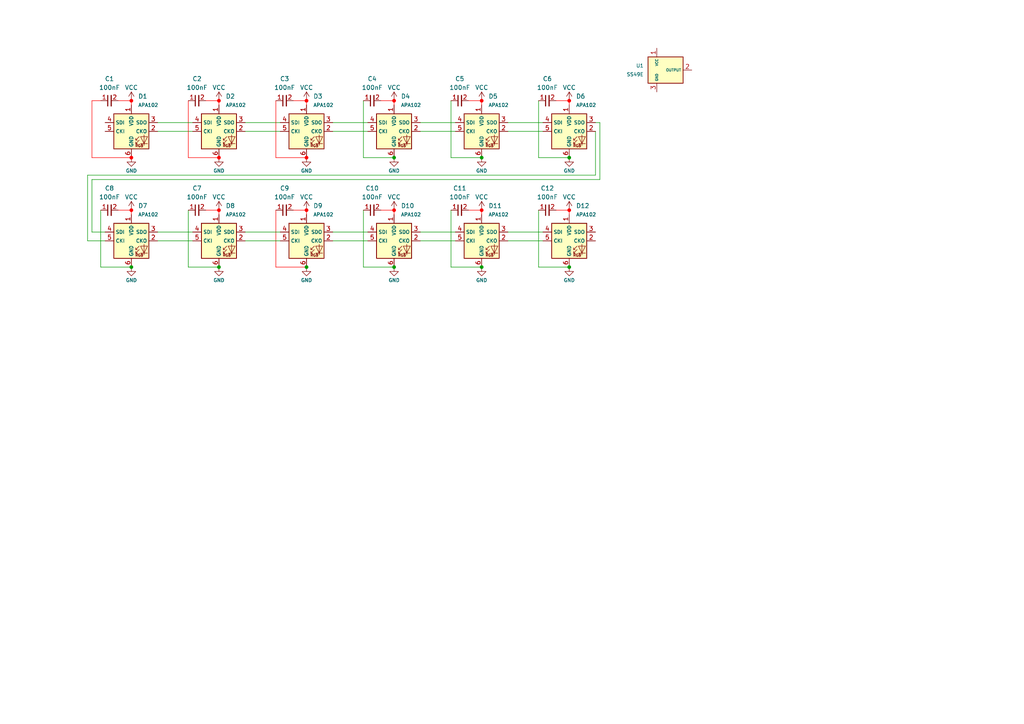
<source format=kicad_sch>
(kicad_sch (version 20250114) (generator "eeschema") (generator_version "9.0")
  (paper "A4")
  (lib_symbols
    (symbol "Symbols:APA102 LED"
      (property "Reference" "D" (at 2.032 8.636 0))
      (property "Value" "APA102" (at 4.318 6.604 0))
      (symbol "APA102 LED_0_0"
        (text "RGB" (at 2.286 -4.191 0) (effects (font (size 0.762 0.762))))
      )
      (symbol "APA102 LED_0_1"
        (rectangle (start -5.08 5.08) (end 5.08 -5.08) (stroke (width 0.254)) (fill (type background)))
        (polyline (pts (xy 1.27 -2.54) (xy 1.778 -2.54)))
        (polyline (pts (xy 1.27 -3.556) (xy 1.778 -3.556)))
        (polyline (pts (xy 2.286 -1.524) (xy 1.27 -2.54) (xy 1.27 -2.032)))
        (polyline (pts (xy 2.286 -2.54) (xy 1.27 -3.556) (xy 1.27 -3.048)))
        (polyline (pts (xy 3.683 -1.016) (xy 3.683 -3.556) (xy 3.683 -4.064)))
        (polyline (pts (xy 4.699 -1.524) (xy 2.667 -1.524) (xy 3.683 -3.556) (xy 4.699 -1.524)))
        (polyline (pts (xy 4.699 -3.556) (xy 2.667 -3.556)))
      )
      (symbol "APA102 LED_1_1"
        (pin input line (at -7.62 2.54 0) (length 2.54) (name "SDI") (number "4"))
        (pin input line (at -7.62 0 0) (length 2.54) (name "CKI") (number "5"))
        (pin power_in line (at 0 7.62 270) (length 2.54) (name "VDD") (number "1"))
        (pin power_in line (at 0 -7.62 90) (length 2.54) (name "GND") (number "6"))
        (pin output line (at 7.62 2.54 180) (length 2.54) (name "SDO") (number "3"))
        (pin output line (at 7.62 0 180) (length 2.54) (name "CKO") (number "2"))
      )
    )
    (symbol "Symbols:Capacitor"
      (property "Reference" "C" (at -3.048 0 90))
      (symbol "Capacitor_0_1"
        (polyline (pts (xy -1.524 0.508) (xy 1.524 0.508)) (stroke (width 0.3048)))
        (polyline (pts (xy -1.524 -0.508) (xy 1.524 -0.508)) (stroke (width 0.3302)))
      )
      (symbol "Capacitor_1_1"
        (pin passive line (at 0 2.54 270) (length 2.032) (name "~") (number "1"))
        (pin passive line (at 0 -2.54 90) (length 2.032) (name "~") (number "2"))
      )
    )
    (symbol "Symbols:GND" (power) (pin_numbers (hide yes)) (pin_names (hide yes))
      (property "Value" "GND" (at 0 -3.302 0))
      (symbol "GND_0_1"
        (polyline (pts (xy 0 0) (xy 0 -1.27) (xy 1.27 -1.27) (xy 0 -2.54) (xy -1.27 -1.27) (xy 0 -1.27)))
      )
      (symbol "GND_1_1"
        (pin power_in line (at 0 0 270) (length 0) (name "~") (number ""))
      )
    )
    (symbol "Symbols:SS49E Hall Sensor"
      (property "Reference" "U" (at 0 1.778 0))
      (property "Value" "SS49E" (at 2.032 4.826 0))
      (symbol "SS49E Hall Sensor_0_1"
        (rectangle (start -5.08 3.81) (end 5.08 -3.81) (stroke (width 0.254)) (fill (type background)))
      )
      (symbol "SS49E Hall Sensor_1_1"
        (pin power_in line (at -2.54 6.35 270) (length 2.54) (name "VCC") (number "1"))
        (pin power_in line (at -2.54 -6.35 90) (length 2.54) (name "GND") (number "3"))
        (pin output line (at 7.62 0 180) (length 2.54) (name "OUTPUT") (number "2"))
      )
    )
    (symbol "Symbols:VCC" (power) (pin_numbers (hide yes)) (pin_names (hide yes))
      (property "Value" "VCC" (at 0 3.81 0))
      (symbol "VCC_0_1"
        (polyline (pts (xy -0.762 1.27) (xy 0 2.54)))
        (polyline (pts (xy 0 2.54) (xy 0.762 1.27)))
        (polyline (pts (xy 0 0) (xy 0 2.54)))
      )
      (symbol "VCC_1_1"
        (pin power_in line (at 0 0 90) (length 0) (name "~") (number ""))
      )
    )
  )
  (junction (at 88.9 29.21) (color 255 0 0 1))
  (junction (at 165.1 60.96) (color 255 0 0 1))
  (junction (at 63.5 45.72) (color 255 0 0 1))
  (junction (at 165.1 45.72))
  (junction (at 114.3 29.21) (color 255 0 0 1))
  (junction (at 139.7 29.21) (color 255 0 0 1))
  (junction (at 38.1 29.21) (color 255 0 0 1))
  (junction (at 38.1 45.72) (color 255 0 0 1))
  (junction (at 63.5 29.21) (color 255 0 0 1))
  (junction (at 88.9 77.47))
  (junction (at 88.9 60.96) (color 255 0 0 1))
  (junction (at 38.1 77.47))
  (junction (at 165.1 29.21) (color 255 0 0 1))
  (junction (at 63.5 60.96) (color 255 0 0 1))
  (junction (at 139.7 45.72))
  (junction (at 165.1 77.47))
  (junction (at 88.9 45.72) (color 255 0 0 1))
  (junction (at 63.5 77.47))
  (junction (at 139.7 60.96) (color 255 0 0 1))
  (junction (at 139.7 77.47))
  (junction (at 114.3 45.72))
  (junction (at 114.3 60.96) (color 255 0 0 1))
  (junction (at 38.1 60.96) (color 255 0 0 1))
  (junction (at 114.3 77.47))
  (wire (pts (xy 130.81 60.96) (xy 130.81 77.47)))
  (wire (pts (xy 71.12 67.31) (xy 81.28 67.31)))
  (wire (pts (xy 85.09 60.96) (xy 88.9 60.96)) (stroke (width 0) (color 255 0 0 1)))
  (wire (pts (xy 29.21 29.21) (xy 26.67 29.21)) (stroke (width 0) (color 255 0 0 1)))
  (wire (pts (xy 135.89 60.96) (xy 139.7 60.96)) (stroke (width 0) (color 255 0 0 1)))
  (wire (pts (xy 114.3 30.48) (xy 114.3 29.21)) (stroke (width 0) (color 255 0 0 1)))
  (wire (pts (xy 45.72 69.85) (xy 55.88 69.85)))
  (wire (pts (xy 147.32 69.85) (xy 157.48 69.85)))
  (wire (pts (xy 45.72 67.31) (xy 55.88 67.31)))
  (wire (pts (xy 63.5 30.48) (xy 63.5 29.21)) (stroke (width 0) (color 255 0 0 1)))
  (wire (pts (xy 54.61 77.47) (xy 63.5 77.47)))
  (wire (pts (xy 156.21 45.72) (xy 165.1 45.72)))
  (wire (pts (xy 80.01 60.96) (xy 80.01 77.47)) (stroke (width 0) (color 255 0 0 1)))
  (wire (pts (xy 173.99 35.56) (xy 173.99 52.07)))
  (wire (pts (xy 80.01 29.21) (xy 80.01 45.72)) (stroke (width 0) (color 255 0 0 1)))
  (wire (pts (xy 114.3 29.21) (xy 110.49 29.21)) (stroke (width 0) (color 255 0 0 1)))
  (wire (pts (xy 26.67 67.31) (xy 30.48 67.31)))
  (wire (pts (xy 45.72 35.56) (xy 55.88 35.56)))
  (wire (pts (xy 63.5 29.21) (xy 59.69 29.21)) (stroke (width 0) (color 255 0 0 1)))
  (wire (pts (xy 38.1 29.21) (xy 38.1 30.48)) (stroke (width 0) (color 255 0 0 1)))
  (wire (pts (xy 71.12 35.56) (xy 81.28 35.56)))
  (wire (pts (xy 139.7 30.48) (xy 139.7 29.21)) (stroke (width 0) (color 255 0 0 1)))
  (wire (pts (xy 105.41 45.72) (xy 114.3 45.72)))
  (wire (pts (xy 130.81 45.72) (xy 139.7 45.72)))
  (wire (pts (xy 88.9 30.48) (xy 88.9 29.21)) (stroke (width 0) (color 255 0 0 1)))
  (wire (pts (xy 105.41 29.21) (xy 105.41 45.72)))
  (wire (pts (xy 88.9 29.21) (xy 85.09 29.21)) (stroke (width 0) (color 255 0 0 1)))
  (wire (pts (xy 156.21 29.21) (xy 156.21 45.72)))
  (wire (pts (xy 172.72 50.8) (xy 25.4 50.8)))
  (wire (pts (xy 139.7 60.96) (xy 139.7 62.23)) (stroke (width 0) (color 255 0 0 1)))
  (wire (pts (xy 26.67 52.07) (xy 26.67 67.31)))
  (wire (pts (xy 165.1 30.48) (xy 165.1 29.21)) (stroke (width 0) (color 255 0 0 1)))
  (wire (pts (xy 26.67 29.21) (xy 26.67 45.72)) (stroke (width 0) (color 255 0 0 1)))
  (wire (pts (xy 54.61 29.21) (xy 54.61 45.72)) (stroke (width 0) (color 255 0 0 1)))
  (wire (pts (xy 54.61 60.96) (xy 54.61 77.47)))
  (wire (pts (xy 29.21 60.96) (xy 29.21 77.47)))
  (wire (pts (xy 25.4 50.8) (xy 25.4 69.85)))
  (wire (pts (xy 165.1 60.96) (xy 165.1 62.23)) (stroke (width 0) (color 255 0 0 1)))
  (wire (pts (xy 88.9 60.96) (xy 88.9 62.23)) (stroke (width 0) (color 255 0 0 1)))
  (wire (pts (xy 172.72 35.56) (xy 173.99 35.56)))
  (wire (pts (xy 121.92 38.1) (xy 132.08 38.1)))
  (wire (pts (xy 147.32 35.56) (xy 157.48 35.56)))
  (wire (pts (xy 147.32 38.1) (xy 157.48 38.1)))
  (wire (pts (xy 105.41 77.47) (xy 114.3 77.47)))
  (wire (pts (xy 29.21 77.47) (xy 38.1 77.47)))
  (wire (pts (xy 147.32 67.31) (xy 157.48 67.31)))
  (wire (pts (xy 26.67 45.72) (xy 38.1 45.72)) (stroke (width 0) (color 255 0 0 1)))
  (wire (pts (xy 34.29 29.21) (xy 38.1 29.21)) (stroke (width 0) (color 255 0 0 1)))
  (wire (pts (xy 130.81 29.21) (xy 130.81 45.72)))
  (wire (pts (xy 121.92 69.85) (xy 132.08 69.85)))
  (wire (pts (xy 45.72 38.1) (xy 55.88 38.1)))
  (wire (pts (xy 25.4 69.85) (xy 30.48 69.85)))
  (wire (pts (xy 96.52 38.1) (xy 106.68 38.1)))
  (wire (pts (xy 156.21 77.47) (xy 165.1 77.47)))
  (wire (pts (xy 161.29 60.96) (xy 165.1 60.96)) (stroke (width 0) (color 255 0 0 1)))
  (wire (pts (xy 38.1 60.96) (xy 38.1 62.23)) (stroke (width 0) (color 255 0 0 1)))
  (wire (pts (xy 71.12 38.1) (xy 81.28 38.1)))
  (wire (pts (xy 71.12 69.85) (xy 81.28 69.85)))
  (wire (pts (xy 96.52 67.31) (xy 106.68 67.31)))
  (wire (pts (xy 173.99 52.07) (xy 26.67 52.07)))
  (wire (pts (xy 165.1 29.21) (xy 161.29 29.21)) (stroke (width 0) (color 255 0 0 1)))
  (wire (pts (xy 139.7 29.21) (xy 135.89 29.21)) (stroke (width 0) (color 255 0 0 1)))
  (wire (pts (xy 172.72 38.1) (xy 172.72 50.8)))
  (wire (pts (xy 54.61 45.72) (xy 63.5 45.72)) (stroke (width 0) (color 255 0 0 1)))
  (wire (pts (xy 34.29 60.96) (xy 38.1 60.96)) (stroke (width 0) (color 255 0 0 1)))
  (wire (pts (xy 156.21 60.96) (xy 156.21 77.47)))
  (wire (pts (xy 80.01 45.72) (xy 88.9 45.72)) (stroke (width 0) (color 255 0 0 1)))
  (wire (pts (xy 105.41 60.96) (xy 105.41 77.47)))
  (wire (pts (xy 114.3 60.96) (xy 114.3 62.23)) (stroke (width 0) (color 255 0 0 1)))
  (wire (pts (xy 59.69 60.96) (xy 63.5 60.96)) (stroke (width 0) (color 255 0 0 1)))
  (wire (pts (xy 121.92 35.56) (xy 132.08 35.56)))
  (wire (pts (xy 80.01 77.47) (xy 88.9 77.47)) (stroke (width 0) (color 255 0 0 1)))
  (wire (pts (xy 110.49 60.96) (xy 114.3 60.96)) (stroke (width 0) (color 255 0 0 1)))
  (wire (pts (xy 130.81 77.47) (xy 139.7 77.47)))
  (wire (pts (xy 121.92 67.31) (xy 132.08 67.31)))
  (wire (pts (xy 96.52 35.56) (xy 106.68 35.56)))
  (wire (pts (xy 96.52 69.85) (xy 106.68 69.85)))
  (wire (pts (xy 63.5 60.96) (xy 63.5 62.23)) (stroke (width 0) (color 255 0 0 1)))
  (symbol (lib_id "Symbols:APA102 LED") (at 63.5 69.85 0) (unit 1)
    (property "Reference" "D8" (at 65.4686 59.69 0) (effects (justify left)))
    (property "Value" "APA102" (at 65.4686 62.23 0) (effects (font (size 1.016 1.016)) (justify left)))
  )
  (symbol (lib_id "Symbols:Capacitor") (at 57.15 60.96 90) (unit 1)
    (property "Reference" "C7" (at 57.1563 54.61 90))
    (property "Value" "100nF" (at 57.1563 57.15 90))
  )
  (symbol (lib_id "Symbols:VCC") (at 63.5 29.21 0) (unit 1)
    (property "Reference" "#PWR08" (effects (hide yes)))
    (property "Value" "VCC" (at 63.5 25.4 0))
  )
  (symbol (lib_id "Symbols:Capacitor") (at 107.95 60.96 90) (unit 1)
    (property "Reference" "C10" (at 107.9563 54.61 90))
    (property "Value" "100nF" (at 107.9563 57.15 90))
  )
  (symbol (lib_id "Symbols:GND") (at 63.5 77.47 0) (unit 1)
    (property "Reference" "#PWR020" (effects (hide yes)))
    (property "Value" "GND" (at 63.5 81.28 0) (effects (font (size 1.016 1.016))))
  )
  (symbol (lib_id "Symbols:VCC") (at 38.1 29.21 0) (unit 1)
    (property "Reference" "#PWR07" (effects (hide yes)))
    (property "Value" "VCC" (at 38.1 25.4 0))
  )
  (symbol (lib_id "Symbols:GND") (at 165.1 77.47 0) (unit 1)
    (property "Reference" "#PWR024" (effects (hide yes)))
    (property "Value" "GND" (at 165.1 81.28 0) (effects (font (size 1.016 1.016))))
  )
  (symbol (lib_id "Symbols:Capacitor") (at 31.75 29.21 90) (unit 1)
    (property "Reference" "C1" (at 31.7563 22.86 90))
    (property "Value" "100nF" (at 31.7563 25.4 90))
  )
  (symbol (lib_id "Symbols:APA102 LED") (at 165.1 69.85 0) (unit 1)
    (property "Reference" "D12" (at 167.0686 59.69 0) (effects (justify left)))
    (property "Value" "APA102" (at 167.0686 62.23 0) (effects (font (size 1.016 1.016)) (justify left)))
  )
  (symbol (lib_id "Symbols:VCC") (at 114.3 60.96 0) (unit 1)
    (property "Reference" "#PWR016" (effects (hide yes)))
    (property "Value" "VCC" (at 114.3 57.15 0))
  )
  (symbol (lib_id "Symbols:Capacitor") (at 31.75 60.96 90) (unit 1)
    (property "Reference" "C8" (at 31.7563 54.61 90))
    (property "Value" "100nF" (at 31.7563 57.15 90))
  )
  (symbol (lib_id "Symbols:Capacitor") (at 133.35 29.21 90) (unit 1)
    (property "Reference" "C5" (at 133.3563 22.86 90))
    (property "Value" "100nF" (at 133.3563 25.4 90))
  )
  (symbol (lib_id "Symbols:Capacitor") (at 82.55 29.21 90) (unit 1)
    (property "Reference" "C3" (at 82.5563 22.86 90))
    (property "Value" "100nF" (at 82.5563 25.4 90))
  )
  (symbol (lib_id "Symbols:APA102 LED") (at 114.3 38.1 0) (unit 1)
    (property "Reference" "D4" (at 116.2686 27.94 0) (effects (justify left)))
    (property "Value" "APA102" (at 116.2686 30.48 0) (effects (font (size 1.016 1.016)) (justify left)))
  )
  (symbol (lib_id "Symbols:Capacitor") (at 158.75 60.96 90) (unit 1)
    (property "Reference" "C12" (at 158.7563 54.61 90))
    (property "Value" "100nF" (at 158.7563 57.15 90))
  )
  (symbol (lib_id "Symbols:VCC") (at 88.9 29.21 0) (unit 1)
    (property "Reference" "#PWR09" (effects (hide yes)))
    (property "Value" "VCC" (at 88.9 25.4 0))
  )
  (symbol (lib_id "Symbols:VCC") (at 88.9 60.96 0) (unit 1)
    (property "Reference" "#PWR015" (effects (hide yes)))
    (property "Value" "VCC" (at 88.9 57.15 0))
  )
  (symbol (lib_id "Symbols:GND") (at 139.7 45.72 0) (unit 1)
    (property "Reference" "#PWR05" (effects (hide yes)))
    (property "Value" "GND" (at 139.7 49.53 0) (effects (font (size 1.016 1.016))))
  )
  (symbol (lib_id "Symbols:GND") (at 139.7 77.47 0) (unit 1)
    (property "Reference" "#PWR023" (effects (hide yes)))
    (property "Value" "GND" (at 139.7 81.28 0) (effects (font (size 1.016 1.016))))
  )
  (symbol (lib_id "Symbols:VCC") (at 139.7 29.21 0) (unit 1)
    (property "Reference" "#PWR011" (effects (hide yes)))
    (property "Value" "VCC" (at 139.7 25.4 0))
  )
  (symbol (lib_id "Symbols:APA102 LED") (at 38.1 38.1 0) (unit 1)
    (property "Reference" "D1" (at 40.0686 27.94 0) (effects (justify left)))
    (property "Value" "APA102" (at 40.0686 30.48 0) (effects (font (size 1.016 1.016)) (justify left)))
  )
  (symbol (lib_id "Symbols:GND") (at 88.9 77.47 0) (unit 1)
    (property "Reference" "#PWR021" (effects (hide yes)))
    (property "Value" "GND" (at 88.9 81.28 0) (effects (font (size 1.016 1.016))))
  )
  (symbol (lib_id "Symbols:VCC") (at 165.1 60.96 0) (unit 1)
    (property "Reference" "#PWR018" (effects (hide yes)))
    (property "Value" "VCC" (at 165.1 57.15 0))
  )
  (symbol (lib_id "Symbols:SS49E Hall Sensor") (at 193.04 20.32 0) (unit 1)
    (property "Reference" "U1" (at 186.69 19.0499 0) (effects (font (size 1.016 1.016)) (justify right)))
    (property "Value" "SS49E" (at 186.69 21.5899 0) (effects (font (size 1.016 1.016)) (justify right)))
  )
  (symbol (lib_id "Symbols:GND") (at 88.9 45.72 0) (unit 1)
    (property "Reference" "#PWR03" (effects (hide yes)))
    (property "Value" "GND" (at 88.9 49.53 0) (effects (font (size 1.016 1.016))))
  )
  (symbol (lib_id "Symbols:Capacitor") (at 82.55 60.96 90) (unit 1)
    (property "Reference" "C9" (at 82.5563 54.61 90))
    (property "Value" "100nF" (at 82.5563 57.15 90))
  )
  (symbol (lib_id "Symbols:APA102 LED") (at 165.1 38.1 0) (unit 1)
    (property "Reference" "D6" (at 167.0686 27.94 0) (effects (justify left)))
    (property "Value" "APA102" (at 167.0686 30.48 0) (effects (font (size 1.016 1.016)) (justify left)))
  )
  (symbol (lib_id "Symbols:APA102 LED") (at 139.7 69.85 0) (unit 1)
    (property "Reference" "D11" (at 141.6686 59.69 0) (effects (justify left)))
    (property "Value" "APA102" (at 141.6686 62.23 0) (effects (font (size 1.016 1.016)) (justify left)))
  )
  (symbol (lib_id "Symbols:GND") (at 165.1 45.72 0) (unit 1)
    (property "Reference" "#PWR06" (effects (hide yes)))
    (property "Value" "GND" (at 165.1 49.53 0) (effects (font (size 1.016 1.016))))
  )
  (symbol (lib_id "Symbols:GND") (at 38.1 77.47 0) (unit 1)
    (property "Reference" "#PWR019" (effects (hide yes)))
    (property "Value" "GND" (at 38.1 81.28 0) (effects (font (size 1.016 1.016))))
  )
  (symbol (lib_id "Symbols:APA102 LED") (at 88.9 69.85 0) (unit 1)
    (property "Reference" "D9" (at 90.8686 59.69 0) (effects (justify left)))
    (property "Value" "APA102" (at 90.8686 62.23 0) (effects (font (size 1.016 1.016)) (justify left)))
  )
  (symbol (lib_id "Symbols:Capacitor") (at 57.15 29.21 90) (unit 1)
    (property "Reference" "C2" (at 57.1563 22.86 90))
    (property "Value" "100nF" (at 57.1563 25.4 90))
  )
  (symbol (lib_id "Symbols:APA102 LED") (at 38.1 69.85 0) (unit 1)
    (property "Reference" "D7" (at 40.0686 59.69 0) (effects (justify left)))
    (property "Value" "APA102" (at 40.0686 62.23 0) (effects (font (size 1.016 1.016)) (justify left)))
  )
  (symbol (lib_id "Symbols:APA102 LED") (at 63.5 38.1 0) (unit 1)
    (property "Reference" "D2" (at 65.4686 27.94 0) (effects (justify left)))
    (property "Value" "APA102" (at 65.4686 30.48 0) (effects (font (size 1.016 1.016)) (justify left)))
  )
  (symbol (lib_id "Symbols:VCC") (at 38.1 60.96 0) (unit 1)
    (property "Reference" "#PWR014" (effects (hide yes)))
    (property "Value" "VCC" (at 38.1 57.15 0))
  )
  (symbol (lib_id "Symbols:APA102 LED") (at 114.3 69.85 0) (unit 1)
    (property "Reference" "D10" (at 116.2686 59.69 0) (effects (justify left)))
    (property "Value" "APA102" (at 116.2686 62.23 0) (effects (font (size 1.016 1.016)) (justify left)))
  )
  (symbol (lib_id "Symbols:Capacitor") (at 158.75 29.21 90) (unit 1)
    (property "Reference" "C6" (at 158.7563 22.86 90))
    (property "Value" "100nF" (at 158.7563 25.4 90))
  )
  (symbol (lib_id "Symbols:GND") (at 114.3 45.72 0) (unit 1)
    (property "Reference" "#PWR04" (effects (hide yes)))
    (property "Value" "GND" (at 114.3 49.53 0) (effects (font (size 1.016 1.016))))
  )
  (symbol (lib_id "Symbols:Capacitor") (at 133.35 60.96 90) (unit 1)
    (property "Reference" "C11" (at 133.3563 54.61 90))
    (property "Value" "100nF" (at 133.3563 57.15 90))
  )
  (symbol (lib_id "Symbols:GND") (at 38.1 45.72 0) (unit 1)
    (property "Reference" "#PWR01" (effects (hide yes)))
    (property "Value" "GND" (at 38.1 49.53 0) (effects (font (size 1.016 1.016))))
  )
  (symbol (lib_id "Symbols:APA102 LED") (at 88.9 38.1 0) (unit 1)
    (property "Reference" "D3" (at 90.8686 27.94 0) (effects (justify left)))
    (property "Value" "APA102" (at 90.8686 30.48 0) (effects (font (size 1.016 1.016)) (justify left)))
  )
  (symbol (lib_id "Symbols:Capacitor") (at 107.95 29.21 90) (unit 1)
    (property "Reference" "C4" (at 107.9563 22.86 90))
    (property "Value" "100nF" (at 107.9563 25.4 90))
  )
  (symbol (lib_id "Symbols:APA102 LED") (at 139.7 38.1 0) (unit 1)
    (property "Reference" "D5" (at 141.6686 27.94 0) (effects (justify left)))
    (property "Value" "APA102" (at 141.6686 30.48 0) (effects (font (size 1.016 1.016)) (justify left)))
  )
  (symbol (lib_id "Symbols:VCC") (at 114.3 29.21 0) (unit 1)
    (property "Reference" "#PWR010" (effects (hide yes)))
    (property "Value" "VCC" (at 114.3 25.4 0))
  )
  (symbol (lib_id "Symbols:GND") (at 63.5 45.72 0) (unit 1)
    (property "Reference" "#PWR02" (effects (hide yes)))
    (property "Value" "GND" (at 63.5 49.53 0) (effects (font (size 1.016 1.016))))
  )
  (symbol (lib_id "Symbols:GND") (at 114.3 77.47 0) (unit 1)
    (property "Reference" "#PWR022" (effects (hide yes)))
    (property "Value" "GND" (at 114.3 81.28 0) (effects (font (size 1.016 1.016))))
  )
  (symbol (lib_id "Symbols:VCC") (at 139.7 60.96 0) (unit 1)
    (property "Reference" "#PWR017" (effects (hide yes)))
    (property "Value" "VCC" (at 139.7 57.15 0))
  )
  (symbol (lib_id "Symbols:VCC") (at 63.5 60.96 0) (unit 1)
    (property "Reference" "#PWR013" (effects (hide yes)))
    (property "Value" "VCC" (at 63.5 57.15 0))
  )
  (symbol (lib_id "Symbols:VCC") (at 165.1 29.21 0) (unit 1)
    (property "Reference" "#PWR012" (effects (hide yes)))
    (property "Value" "VCC" (at 165.1 25.4 0))
  )
)
</source>
